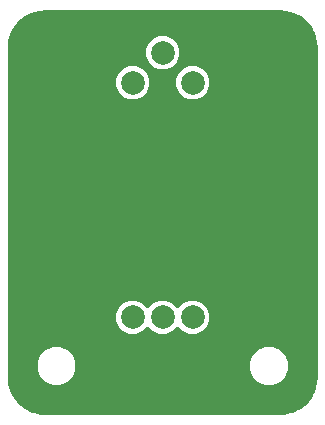
<source format=gbr>
G04 EAGLE Gerber X2 export*
%TF.Part,Single*%
%TF.FileFunction,Copper,L2,Bot,Mixed*%
%TF.FilePolarity,Positive*%
%TF.GenerationSoftware,Autodesk,EAGLE,9.0.1*%
%TF.CreationDate,2018-10-12T14:53:16Z*%
G75*
%MOMM*%
%FSLAX34Y34*%
%LPD*%
%AMOC8*
5,1,8,0,0,1.08239X$1,22.5*%
G01*
%ADD10C,2.000000*%

G36*
X100021Y-171267D02*
X100021Y-171267D01*
X100091Y-171266D01*
X104360Y-170961D01*
X104370Y-170959D01*
X104380Y-170959D01*
X104539Y-170935D01*
X108722Y-170025D01*
X108731Y-170022D01*
X108741Y-170021D01*
X108896Y-169974D01*
X112906Y-168478D01*
X112915Y-168473D01*
X112925Y-168471D01*
X113071Y-168403D01*
X116828Y-166352D01*
X116836Y-166346D01*
X116845Y-166342D01*
X116980Y-166254D01*
X120406Y-163689D01*
X120414Y-163682D01*
X120422Y-163676D01*
X120543Y-163570D01*
X123570Y-160543D01*
X123576Y-160535D01*
X123584Y-160529D01*
X123689Y-160406D01*
X126254Y-156980D01*
X126259Y-156971D01*
X126266Y-156964D01*
X126352Y-156828D01*
X128403Y-153071D01*
X128407Y-153061D01*
X128412Y-153053D01*
X128478Y-152906D01*
X129974Y-148896D01*
X129976Y-148886D01*
X129981Y-148877D01*
X130025Y-148722D01*
X130935Y-144539D01*
X130936Y-144529D01*
X130939Y-144520D01*
X130961Y-144360D01*
X131266Y-140091D01*
X131265Y-140069D01*
X131269Y-140000D01*
X131269Y140000D01*
X131267Y140021D01*
X131266Y140091D01*
X130961Y144360D01*
X130959Y144370D01*
X130959Y144380D01*
X130935Y144539D01*
X130025Y148722D01*
X130022Y148731D01*
X130021Y148741D01*
X129974Y148896D01*
X128478Y152906D01*
X128473Y152915D01*
X128471Y152925D01*
X128403Y153071D01*
X126352Y156828D01*
X126346Y156836D01*
X126342Y156845D01*
X126254Y156980D01*
X123689Y160406D01*
X123682Y160414D01*
X123676Y160422D01*
X123570Y160543D01*
X120543Y163570D01*
X120535Y163576D01*
X120529Y163584D01*
X120406Y163689D01*
X116980Y166254D01*
X116971Y166259D01*
X116964Y166266D01*
X116828Y166352D01*
X113071Y168403D01*
X113061Y168407D01*
X113053Y168412D01*
X112906Y168478D01*
X108896Y169974D01*
X108886Y169976D01*
X108877Y169981D01*
X108722Y170025D01*
X104539Y170935D01*
X104529Y170936D01*
X104520Y170939D01*
X104360Y170961D01*
X100091Y171266D01*
X100069Y171265D01*
X100000Y171269D01*
X-100000Y171269D01*
X-100021Y171267D01*
X-100091Y171266D01*
X-104360Y170961D01*
X-104370Y170959D01*
X-104380Y170959D01*
X-104539Y170935D01*
X-108722Y170025D01*
X-108731Y170022D01*
X-108741Y170021D01*
X-108896Y169974D01*
X-112906Y168478D01*
X-112915Y168473D01*
X-112925Y168471D01*
X-113071Y168403D01*
X-116828Y166352D01*
X-116836Y166346D01*
X-116845Y166342D01*
X-116980Y166254D01*
X-120406Y163689D01*
X-120414Y163682D01*
X-120422Y163676D01*
X-120543Y163570D01*
X-123570Y160543D01*
X-123576Y160535D01*
X-123584Y160529D01*
X-123689Y160406D01*
X-126254Y156980D01*
X-126259Y156971D01*
X-126266Y156964D01*
X-126316Y156884D01*
X-126321Y156878D01*
X-126324Y156871D01*
X-126352Y156828D01*
X-128403Y153071D01*
X-128407Y153061D01*
X-128412Y153053D01*
X-128478Y152906D01*
X-129974Y148896D01*
X-129976Y148886D01*
X-129981Y148877D01*
X-130025Y148722D01*
X-130935Y144539D01*
X-130936Y144529D01*
X-130939Y144520D01*
X-130961Y144360D01*
X-131266Y140091D01*
X-131265Y140069D01*
X-131269Y140000D01*
X-131269Y-140000D01*
X-131267Y-140021D01*
X-131266Y-140091D01*
X-130961Y-144360D01*
X-130959Y-144370D01*
X-130959Y-144380D01*
X-130935Y-144539D01*
X-130025Y-148722D01*
X-130022Y-148731D01*
X-130021Y-148741D01*
X-129974Y-148896D01*
X-128478Y-152906D01*
X-128473Y-152915D01*
X-128471Y-152925D01*
X-128403Y-153071D01*
X-126352Y-156828D01*
X-126346Y-156836D01*
X-126342Y-156845D01*
X-126254Y-156980D01*
X-123689Y-160406D01*
X-123682Y-160414D01*
X-123676Y-160422D01*
X-123570Y-160543D01*
X-120543Y-163570D01*
X-120535Y-163576D01*
X-120529Y-163584D01*
X-120406Y-163689D01*
X-116980Y-166254D01*
X-116971Y-166259D01*
X-116964Y-166266D01*
X-116828Y-166352D01*
X-113071Y-168403D01*
X-113061Y-168407D01*
X-113053Y-168412D01*
X-112906Y-168478D01*
X-108896Y-169974D01*
X-108886Y-169976D01*
X-108877Y-169981D01*
X-108722Y-170025D01*
X-104539Y-170935D01*
X-104529Y-170936D01*
X-104520Y-170939D01*
X-104360Y-170961D01*
X-100091Y-171266D01*
X-100069Y-171265D01*
X-100000Y-171269D01*
X100000Y-171269D01*
X100021Y-171267D01*
G37*
%LPC*%
G36*
X-28198Y-102665D02*
X-28198Y-102665D01*
X-33367Y-100524D01*
X-37324Y-96567D01*
X-39465Y-91398D01*
X-39465Y-85802D01*
X-37324Y-80633D01*
X-33367Y-76676D01*
X-28198Y-74535D01*
X-22602Y-74535D01*
X-17433Y-76676D01*
X-13598Y-80512D01*
X-13503Y-80585D01*
X-13414Y-80664D01*
X-13378Y-80682D01*
X-13346Y-80707D01*
X-13237Y-80754D01*
X-13131Y-80808D01*
X-13092Y-80817D01*
X-13054Y-80833D01*
X-12937Y-80852D01*
X-12821Y-80878D01*
X-12780Y-80877D01*
X-12740Y-80883D01*
X-12622Y-80872D01*
X-12503Y-80868D01*
X-12464Y-80857D01*
X-12424Y-80853D01*
X-12311Y-80813D01*
X-12197Y-80780D01*
X-12163Y-80759D01*
X-12124Y-80746D01*
X-12026Y-80679D01*
X-11923Y-80618D01*
X-11878Y-80579D01*
X-11861Y-80567D01*
X-11848Y-80552D01*
X-11803Y-80512D01*
X-7967Y-76676D01*
X-2798Y-74535D01*
X2798Y-74535D01*
X7967Y-76676D01*
X11803Y-80512D01*
X11897Y-80585D01*
X11986Y-80664D01*
X12022Y-80682D01*
X12054Y-80707D01*
X12163Y-80754D01*
X12269Y-80808D01*
X12308Y-80817D01*
X12346Y-80833D01*
X12463Y-80852D01*
X12579Y-80878D01*
X12620Y-80877D01*
X12660Y-80883D01*
X12778Y-80872D01*
X12897Y-80868D01*
X12936Y-80857D01*
X12976Y-80853D01*
X13089Y-80813D01*
X13203Y-80780D01*
X13238Y-80759D01*
X13276Y-80746D01*
X13374Y-80679D01*
X13477Y-80618D01*
X13522Y-80579D01*
X13539Y-80567D01*
X13552Y-80552D01*
X13598Y-80512D01*
X17433Y-76676D01*
X22602Y-74535D01*
X28198Y-74535D01*
X33367Y-76676D01*
X37324Y-80633D01*
X39465Y-85802D01*
X39465Y-91398D01*
X37324Y-96567D01*
X33367Y-100524D01*
X28198Y-102665D01*
X22602Y-102665D01*
X17433Y-100524D01*
X13598Y-96688D01*
X13503Y-96615D01*
X13414Y-96536D01*
X13378Y-96518D01*
X13346Y-96493D01*
X13237Y-96446D01*
X13131Y-96392D01*
X13092Y-96383D01*
X13054Y-96367D01*
X12937Y-96348D01*
X12821Y-96322D01*
X12780Y-96323D01*
X12740Y-96317D01*
X12622Y-96328D01*
X12503Y-96332D01*
X12464Y-96343D01*
X12424Y-96347D01*
X12311Y-96387D01*
X12197Y-96420D01*
X12163Y-96441D01*
X12124Y-96454D01*
X12026Y-96521D01*
X11923Y-96582D01*
X11878Y-96621D01*
X11861Y-96633D01*
X11848Y-96648D01*
X11803Y-96688D01*
X7967Y-100524D01*
X2798Y-102665D01*
X-2798Y-102665D01*
X-7967Y-100524D01*
X-11803Y-96688D01*
X-11897Y-96615D01*
X-11986Y-96536D01*
X-12022Y-96518D01*
X-12054Y-96493D01*
X-12163Y-96446D01*
X-12269Y-96392D01*
X-12308Y-96383D01*
X-12346Y-96367D01*
X-12463Y-96348D01*
X-12579Y-96322D01*
X-12620Y-96323D01*
X-12660Y-96317D01*
X-12778Y-96328D01*
X-12897Y-96332D01*
X-12936Y-96343D01*
X-12976Y-96347D01*
X-13089Y-96387D01*
X-13203Y-96420D01*
X-13238Y-96441D01*
X-13276Y-96454D01*
X-13374Y-96521D01*
X-13477Y-96582D01*
X-13522Y-96621D01*
X-13539Y-96633D01*
X-13552Y-96648D01*
X-13598Y-96688D01*
X-17433Y-100524D01*
X-22602Y-102665D01*
X-28198Y-102665D01*
G37*
%LPD*%
%LPC*%
G36*
X86817Y-146001D02*
X86817Y-146001D01*
X80936Y-143565D01*
X76435Y-139064D01*
X73999Y-133183D01*
X73999Y-126817D01*
X76435Y-120936D01*
X80936Y-116435D01*
X86817Y-113999D01*
X93183Y-113999D01*
X99064Y-116435D01*
X103565Y-120936D01*
X106001Y-126817D01*
X106001Y-133183D01*
X103565Y-139064D01*
X99064Y-143565D01*
X93183Y-146001D01*
X86817Y-146001D01*
G37*
%LPD*%
%LPC*%
G36*
X-93183Y-146001D02*
X-93183Y-146001D01*
X-99064Y-143565D01*
X-103565Y-139064D01*
X-106001Y-133183D01*
X-106001Y-126817D01*
X-103565Y-120936D01*
X-99064Y-116435D01*
X-93183Y-113999D01*
X-86817Y-113999D01*
X-80936Y-116435D01*
X-76435Y-120936D01*
X-73999Y-126817D01*
X-73999Y-133183D01*
X-76435Y-139064D01*
X-80936Y-143565D01*
X-86817Y-146001D01*
X-93183Y-146001D01*
G37*
%LPD*%
%LPC*%
G36*
X22602Y95935D02*
X22602Y95935D01*
X17433Y98076D01*
X13476Y102033D01*
X11335Y107202D01*
X11335Y112798D01*
X13476Y117967D01*
X17433Y121924D01*
X22602Y124065D01*
X28198Y124065D01*
X33367Y121924D01*
X37324Y117967D01*
X39465Y112798D01*
X39465Y107202D01*
X37324Y102033D01*
X33367Y98076D01*
X28198Y95935D01*
X22602Y95935D01*
G37*
%LPD*%
%LPC*%
G36*
X-28198Y95935D02*
X-28198Y95935D01*
X-33367Y98076D01*
X-37324Y102033D01*
X-39465Y107202D01*
X-39465Y112798D01*
X-37324Y117967D01*
X-33367Y121924D01*
X-28198Y124065D01*
X-22602Y124065D01*
X-17433Y121924D01*
X-13476Y117967D01*
X-11335Y112798D01*
X-11335Y107202D01*
X-13476Y102033D01*
X-17433Y98076D01*
X-22602Y95935D01*
X-28198Y95935D01*
G37*
%LPD*%
%LPC*%
G36*
X-2798Y121335D02*
X-2798Y121335D01*
X-7967Y123476D01*
X-11924Y127433D01*
X-14065Y132602D01*
X-14065Y138198D01*
X-11924Y143367D01*
X-7967Y147324D01*
X-2798Y149465D01*
X2798Y149465D01*
X7967Y147324D01*
X11924Y143367D01*
X14065Y138198D01*
X14065Y132602D01*
X11924Y127433D01*
X7967Y123476D01*
X2798Y121335D01*
X-2798Y121335D01*
G37*
%LPD*%
D10*
X-25400Y110000D03*
X-25400Y-88600D03*
X25400Y110000D03*
X25400Y-88600D03*
X0Y135400D03*
X0Y-88600D03*
M02*

</source>
